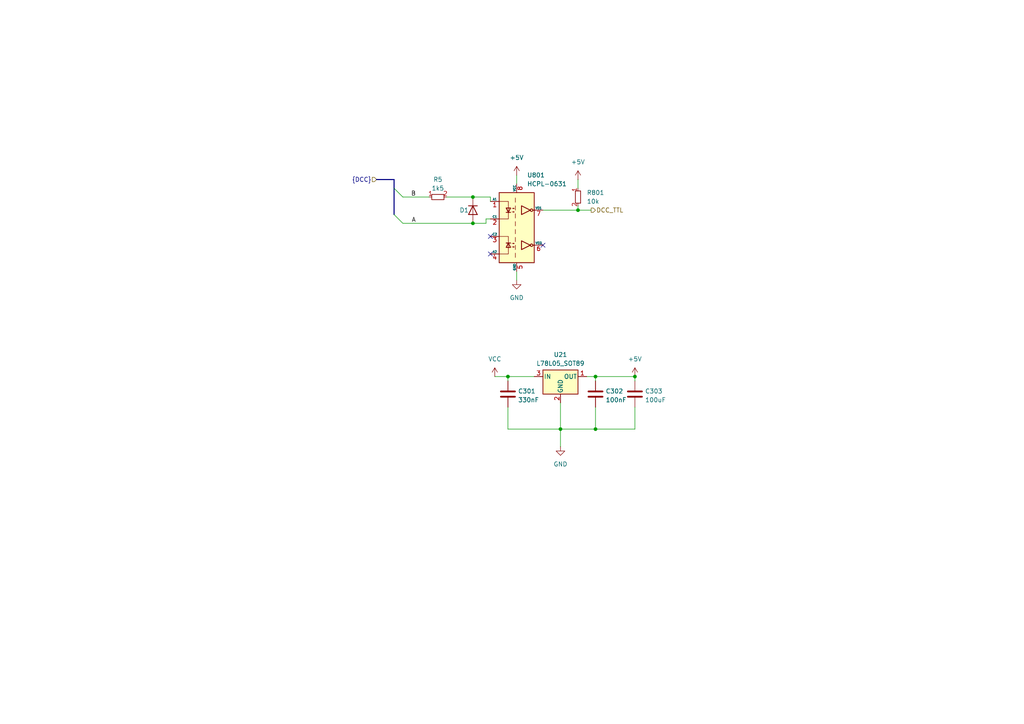
<source format=kicad_sch>
(kicad_sch (version 20231120) (generator "eeschema") (generator_version "8.0")
  (paper "A4")
  (lib_symbols
    (symbol "Device:C" (pin_numbers hide) (pin_names (offset 0.254))
      (property "Reference" "C" (at 0.635 2.54 0))
      (property "Value" "C" (at 0.635 -2.54 0))
      (symbol "C_0_1"
        (polyline (pts (xy -2.032 -0.762) (xy 2.032 -0.762)) (stroke (width 0.508)))
        (polyline (pts (xy -2.032 0.762) (xy 2.032 0.762)) (stroke (width 0.508)))
      )
      (symbol "C_1_1"
        (pin passive line (at 0 3.81 270) (length 2.794) (name "~") (number "1"))
        (pin passive line (at 0 -3.81 90) (length 2.794) (name "~") (number "2"))
      )
    )
    (symbol "Device:D" (pin_numbers hide) (pin_names (offset 1.016) hide)
      (property "Reference" "D" (at 0 2.54 0))
      (property "Value" "D" (at 0 -2.54 0))
      (symbol "D_0_1"
        (polyline (pts (xy -1.27 1.27) (xy -1.27 -1.27)) (stroke (width 0.254)))
        (polyline (pts (xy 1.27 0) (xy -1.27 0)))
        (polyline (pts (xy 1.27 1.27) (xy 1.27 -1.27) (xy -1.27 0) (xy 1.27 1.27)) (stroke (width 0.254)))
      )
      (symbol "D_1_1"
        (pin passive line (at -3.81 0 0) (length 2.54) (name "K") (number "1"))
        (pin passive line (at 3.81 0 180) (length 2.54) (name "A") (number "2"))
      )
    )
    (symbol "Isolator:HCPL-0631" (pin_names (offset 0))
      (property "Reference" "U" (at -4.064 11.43 0))
      (property "Value" "HCPL-0631" (at 7.874 11.43 0))
      (symbol "HCPL-0631_0_1"
        (rectangle (start -5.08 10.16) (end 5.08 -10.16) (stroke (width 0.254)) (fill (type background)))
      )
      (symbol "HCPL-0631_1_1"
        (polyline (pts (xy -3.048 -4.445) (xy -1.778 -4.445)) (stroke (width 0.254)))
        (polyline (pts (xy -3.048 4.445) (xy -1.778 4.445)) (stroke (width 0.254)))
        (polyline (pts (xy -0.381 -7.366) (xy -0.381 -8.636)))
        (polyline (pts (xy -0.381 -5.08) (xy -0.381 -6.35)))
        (polyline (pts (xy -0.381 -2.794) (xy -0.381 -4.064)))
        (polyline (pts (xy -0.381 -0.508) (xy -0.381 -1.778)))
        (polyline (pts (xy -0.381 1.778) (xy -0.381 0.508)))
        (polyline (pts (xy -0.381 4.064) (xy -0.381 2.794)))
        (polyline (pts (xy -0.381 6.35) (xy -0.381 5.08)))
        (polyline (pts (xy -0.381 8.636) (xy -0.381 7.366)))
        (polyline (pts (xy 4.699 -5.08) (xy 5.207 -5.08)) (stroke (width 0.254)))
        (polyline (pts (xy 4.699 5.08) (xy 5.334 5.08)) (stroke (width 0.254)))
        (polyline (pts (xy -4.953 -7.62) (xy -2.413 -7.62) (xy -2.413 -5.715)))
        (polyline (pts (xy -4.953 7.62) (xy -2.413 7.62) (xy -2.413 4.318)))
        (polyline (pts (xy -2.413 -5.842) (xy -2.413 -2.54) (xy -4.953 -2.54)))
        (polyline (pts (xy -2.413 4.445) (xy -2.413 2.54) (xy -4.953 2.54)))
        (polyline (pts (xy -2.413 -4.445) (xy -3.048 -5.715) (xy -1.778 -5.715) (xy -2.413 -4.445)) (stroke (width 0.254)))
        (polyline (pts (xy -2.413 4.445) (xy -3.048 5.715) (xy -1.778 5.715) (xy -2.413 4.445)) (stroke (width 0.254)))
        (polyline (pts (xy 3.937 -5.08) (xy 1.397 -3.81) (xy 1.397 -6.35) (xy 3.937 -5.08)) (stroke (width 0.254)))
        (polyline (pts (xy 3.937 5.08) (xy 1.397 6.35) (xy 1.397 3.81) (xy 3.937 5.08)) (stroke (width 0.254)))
        (polyline (pts (xy -1.397 -5.588) (xy -0.635 -5.588) (xy -1.016 -5.715) (xy -1.016 -5.461) (xy -0.635 -5.588)) (stroke (width 0.127)))
        (polyline (pts (xy -1.397 -4.572) (xy -0.635 -4.572) (xy -1.016 -4.699) (xy -1.016 -4.445) (xy -0.635 -4.572)) (stroke (width 0.127)))
        (polyline (pts (xy -1.397 4.572) (xy -0.635 4.572) (xy -1.016 4.445) (xy -1.016 4.699) (xy -0.635 4.572)) (stroke (width 0.127)))
        (polyline (pts (xy -1.397 5.588) (xy -0.635 5.588) (xy -1.016 5.461) (xy -1.016 5.715) (xy -0.635 5.588)) (stroke (width 0.127)))
        (circle (center 4.318 -5.08) (radius 0.3556) (stroke (width 0.254)))
        (circle (center 4.318 5.08) (radius 0.3556) (stroke (width 0.254)))
        (pin passive line (at -7.62 7.62 0) (length 2.54) (name "A1") (number "1"))
        (pin passive line (at -7.62 2.54 0) (length 2.54) (name "C1") (number "2"))
        (pin passive line (at -7.62 -2.54 0) (length 2.54) (name "C2") (number "3"))
        (pin passive line (at -7.62 -7.62 0) (length 2.54) (name "A2") (number "4"))
        (pin power_in line (at 0 -12.7 90) (length 2.54) (name "GND") (number "5"))
        (pin open_collector line (at 7.62 -5.08 180) (length 2.54) (name "VO2") (number "6"))
        (pin open_collector line (at 7.62 5.08 180) (length 2.54) (name "VO1") (number "7"))
        (pin power_in line (at 0 12.7 270) (length 2.54) (name "VCC") (number "8"))
      )
    )
    (symbol "Regulator_Linear:L78L05_SOT89" (pin_names (offset 0.254))
      (property "Reference" "U" (at -3.81 3.175 0))
      (property "Value" "L78L05_SOT89" (at -0.635 3.175 0))
      (symbol "L78L05_SOT89_0_1"
        (rectangle (start -5.08 1.905) (end 5.08 -5.08) (stroke (width 0.254)) (fill (type background)))
      )
      (symbol "L78L05_SOT89_1_1"
        (pin power_out line (at 7.62 0 180) (length 2.54) (name "OUT") (number "1"))
        (pin power_in line (at 0 -7.62 90) (length 2.54) (name "GND") (number "2"))
        (pin power_in line (at -7.62 0 0) (length 2.54) (name "IN") (number "3"))
      )
    )
    (symbol "power:+5V" (power) (pin_numbers hide) (pin_names (offset 0) hide)
      (property "Value" "+5V" (at 0 3.556 0))
      (symbol "+5V_0_1"
        (polyline (pts (xy -0.762 1.27) (xy 0 2.54)))
        (polyline (pts (xy 0 0) (xy 0 2.54)))
        (polyline (pts (xy 0 2.54) (xy 0.762 1.27)))
      )
      (symbol "+5V_1_1"
        (pin power_in line (at 0 0 90) (length 0) (name "~") (number "1"))
      )
    )
    (symbol "power:GND" (power) (pin_numbers hide) (pin_names (offset 0) hide)
      (property "Value" "GND" (at 0 -3.81 0))
      (symbol "GND_0_1"
        (polyline (pts (xy 0 0) (xy 0 -1.27) (xy 1.27 -1.27) (xy 0 -2.54) (xy -1.27 -1.27) (xy 0 -1.27)))
      )
      (symbol "GND_1_1"
        (pin power_in line (at 0 0 270) (length 0) (name "~") (number "1"))
      )
    )
    (symbol "power:VCC" (power) (pin_numbers hide) (pin_names (offset 0) hide)
      (property "Value" "VCC" (at 0 3.556 0))
      (symbol "VCC_0_1"
        (polyline (pts (xy -0.762 1.27) (xy 0 2.54)))
        (polyline (pts (xy 0 0) (xy 0 2.54)))
        (polyline (pts (xy 0 2.54) (xy 0.762 1.27)))
      )
      (symbol "VCC_1_1"
        (pin power_in line (at 0 0 90) (length 0) (name "~") (number "1"))
      )
    )
    (symbol "resistors_0603:R_10k_0603"
      (property "Reference" "R" (at 1.27 2.54 0))
      (property "Value" "10k" (at 2.54 -2.54 0))
      (symbol "R_10k_0603_0_1"
        (rectangle (start -0.762 1.778) (end 0.762 -1.778) (stroke (width 0.2032)))
      )
      (symbol "R_10k_0603_1_1"
        (pin passive line (at 0 2.54 270) (length 0.762) (name "~") (number "1"))
        (pin passive line (at 0 -2.54 90) (length 0.762) (name "~") (number "2"))
      )
    )
    (symbol "resistors_0603:R_1k5_0603"
      (property "Reference" "R" (at 1.27 2.54 0))
      (property "Value" "1k5" (at 2.54 -2.54 0))
      (symbol "R_1k5_0603_0_1"
        (rectangle (start -0.762 1.778) (end 0.762 -1.778) (stroke (width 0.2032)))
      )
      (symbol "R_1k5_0603_1_1"
        (pin passive line (at 0 2.54 270) (length 0.762) (name "~") (number "1"))
        (pin passive line (at 0 -2.54 90) (length 0.762) (name "~") (number "2"))
      )
    )
  )
  (bus_alias "DCC" (members "A" "B"))
  (junction (at 172.72 109.22))
  (junction (at 147.32 109.22))
  (junction (at 162.56 124.46))
  (junction (at 167.64 60.96))
  (junction (at 184.15 109.22))
  (junction (at 172.72 124.46))
  (junction (at 137.16 64.77))
  (junction (at 137.16 57.15))
  (no_connect (at 142.24 73.66))
  (no_connect (at 157.48 71.12))
  (no_connect (at 142.24 68.58))
  (bus_entry (at 114.3 54.61) (size 2.54 2.54))
  (bus_entry (at 114.3 62.23) (size 2.54 2.54))
  (wire (pts (xy 184.15 110.49) (xy 184.15 109.22)))
  (wire (pts (xy 172.72 110.49) (xy 172.72 109.22)))
  (wire (pts (xy 116.84 64.77) (xy 137.16 64.77)))
  (wire (pts (xy 162.56 124.46) (xy 162.56 129.54)))
  (wire (pts (xy 167.64 59.69) (xy 167.64 60.96)))
  (bus (pts (xy 114.3 54.61) (xy 114.3 52.07)))
  (wire (pts (xy 172.72 124.46) (xy 184.15 124.46)))
  (wire (pts (xy 147.32 118.11) (xy 147.32 124.46)))
  (wire (pts (xy 162.56 116.84) (xy 162.56 124.46)))
  (wire (pts (xy 142.24 58.42) (xy 142.24 57.15)))
  (wire (pts (xy 167.64 60.96) (xy 171.45 60.96)))
  (bus (pts (xy 114.3 62.23) (xy 114.3 54.61)))
  (wire (pts (xy 167.64 52.07) (xy 167.64 54.61)))
  (wire (pts (xy 147.32 109.22) (xy 147.32 110.49)))
  (wire (pts (xy 172.72 118.11) (xy 172.72 124.46)))
  (wire (pts (xy 172.72 109.22) (xy 184.15 109.22)))
  (wire (pts (xy 162.56 124.46) (xy 172.72 124.46)))
  (wire (pts (xy 170.18 109.22) (xy 172.72 109.22)))
  (wire (pts (xy 137.16 64.77) (xy 140.97 64.77)))
  (wire (pts (xy 147.32 109.22) (xy 154.94 109.22)))
  (wire (pts (xy 142.24 63.5) (xy 140.97 63.5)))
  (wire (pts (xy 184.15 118.11) (xy 184.15 124.46)))
  (wire (pts (xy 129.54 57.15) (xy 137.16 57.15)))
  (wire (pts (xy 140.97 63.5) (xy 140.97 64.77)))
  (wire (pts (xy 157.48 60.96) (xy 167.64 60.96)))
  (wire (pts (xy 147.32 124.46) (xy 162.56 124.46)))
  (wire (pts (xy 149.86 78.74) (xy 149.86 81.28)))
  (wire (pts (xy 137.16 57.15) (xy 142.24 57.15)))
  (wire (pts (xy 149.86 50.8) (xy 149.86 53.34)))
  (wire (pts (xy 143.51 109.22) (xy 147.32 109.22)))
  (wire (pts (xy 116.84 57.15) (xy 124.46 57.15)))
  (bus (pts (xy 109.22 52.07) (xy 114.3 52.07)))
  (label "B" (at 120.65 57.15 180))
  (label "A" (at 120.65 64.77 180))
  (hierarchical_label "{DCC}" (shape input) (at 109.22 52.07 180))
  (hierarchical_label "DCC_TTL" (shape output) (at 171.45 60.96 0))
  (symbol (lib_id "Device:C") (at 184.15 114.3 0) (unit 1)
    (property "Reference" "C303" (at 187.071 113.4653 0) (effects (justify left)))
    (property "Value" "100uF" (at 187.071 116.0022 0) (effects (justify left)))
    (property "Footprint" "Capacitor_SMD:C_1206_3216Metric_Pad1.33x1.80mm_HandSolder" (effects (hide yes)))
    (property "JLCPCB Part#" "C15008" (effects (hide yes)))
  )
  (symbol (lib_id "power:+5V") (at 149.86 50.8 0) (unit 1)
    (property "Reference" "#PWR0801" (effects (hide yes)))
    (property "Value" "+5V" (at 149.86 45.72 0))
    (property "Description" "Power symbol creates a global label with name \"+5V\"" (effects (hide yes)))
  )
  (symbol (lib_id "resistors_0603:R_1k5_0603") (at 127 57.15 90) (unit 1)
    (property "Reference" "R5" (at 127 52.07 90))
    (property "Value" "1k5" (at 127 54.61 90))
    (property "Footprint" "custom_kicad_lib_sk:R_0603_smalltext" (effects (hide yes)))
    (property "JLCPCB Part#" "C22843" (effects (hide yes)))
  )
  (symbol (lib_id "power:VCC") (at 143.51 109.22 0) (unit 1)
    (property "Reference" "#PWR0701" (effects (hide yes)))
    (property "Value" "VCC" (at 143.51 104.14 0))
    (property "Description" "Power symbol creates a global label with name \"VCC\"" (effects (hide yes)))
  )
  (symbol (lib_id "Device:C") (at 172.72 114.3 0) (unit 1)
    (property "Reference" "C302" (at 175.641 113.4653 0) (effects (justify left)))
    (property "Value" "100nF" (at 175.641 116.0022 0) (effects (justify left)))
    (property "Footprint" "Capacitor_SMD:C_0603_1608Metric_Pad1.08x0.95mm_HandSolder" (effects (hide yes)))
    (property "JLCPCB Part#" "C14663" (effects (hide yes)))
  )
  (symbol (lib_id "Device:C") (at 147.32 114.3 0) (unit 1)
    (property "Reference" "C301" (at 150.241 113.4653 0) (effects (justify left)))
    (property "Value" "330nF" (at 150.241 116.0022 0) (effects (justify left)))
    (property "Footprint" "Capacitor_SMD:C_0603_1608Metric_Pad1.08x0.95mm_HandSolder" (effects (hide yes)))
    (property "JLCPCB Part#" "C1615" (effects (hide yes)))
  )
  (symbol (lib_id "power:+5V") (at 184.15 109.22 0) (unit 1)
    (property "Reference" "#PWR03" (effects (hide yes)))
    (property "Value" "+5V" (at 184.15 104.14 0))
    (property "Description" "Power symbol creates a global label with name \"+5V\"" (effects (hide yes)))
  )
  (symbol (lib_id "power:GND") (at 162.56 129.54 0) (unit 1)
    (property "Reference" "#PWR01" (effects (hide yes)))
    (property "Value" "GND" (at 162.56 134.62 0))
    (property "Description" "Power symbol creates a global label with name \"GND\" , ground" (effects (hide yes)))
  )
  (symbol (lib_id "power:GND") (at 149.86 81.28 0) (unit 1)
    (property "Reference" "#PWR02" (effects (hide yes)))
    (property "Value" "GND" (at 149.86 86.36 0))
    (property "Description" "Power symbol creates a global label with name \"GND\" , ground" (effects (hide yes)))
  )
  (symbol (lib_id "Regulator_Linear:L78L05_SOT89") (at 162.56 109.22 0) (unit 1)
    (property "Reference" "U21" (at 162.56 102.87 0))
    (property "Value" "L78L05_SOT89" (at 162.56 105.41 0))
    (property "Footprint" "Package_TO_SOT_SMD:SOT-89-3" (effects (hide yes)))
    (property "Datasheet" "http://www.st.com/content/ccc/resource/technical/document/datasheet/15/55/e5/aa/23/5b/43/fd/CD00000446.pdf/files/CD00000446.pdf/jcr:content/translations/en.CD00000446.pdf" (effects (hide yes)))
    (property "Description" "Positive 100mA 30V Linear Regulator, Fixed Output 5V, SOT-89" (effects (hide yes)))
    (property "JLCPCB Part#" "C71136" (effects (hide yes)))
  )
  (symbol (lib_id "resistors_0603:R_10k_0603") (at 167.64 57.15 0) (unit 1)
    (property "Reference" "R801" (at 170.18 55.8799 0) (effects (justify left)))
    (property "Value" "10k" (at 170.18 58.4199 0) (effects (justify left)))
    (property "Footprint" "custom_kicad_lib_sk:R_0603_smalltext" (effects (hide yes)))
    (property "JLCPCB Part#" "C25804" (effects (hide yes)))
  )
  (symbol (lib_id "Device:D") (at 137.16 60.96 270) (unit 1)
    (property "Reference" "D1" (at 134.62 60.96 90))
    (property "Value" "D" (effects (hide yes)))
    (property "Footprint" "Diode_SMD:D_SOD-323" (effects (hide yes)))
    (property "JLCPCB Part#" "C2128" (effects (hide yes)))
  )
  (symbol (lib_id "power:+5V") (at 167.64 52.07 0) (unit 1)
    (property "Reference" "#PWR0802" (effects (hide yes)))
    (property "Value" "+5V" (at 167.64 46.99 0))
    (property "Description" "Power symbol creates a global label with name \"+5V\"" (effects (hide yes)))
  )
  (symbol (lib_id "Isolator:HCPL-0631") (at 149.86 66.04 0) (unit 1)
    (property "Reference" "U801" (at 152.8765 50.8 0) (effects (justify left)))
    (property "Value" "HCPL-0631" (at 152.8765 53.34 0) (effects (justify left)))
    (property "Footprint" "Package_SO:SOIC-8_3.9x4.9mm_P1.27mm" (effects (hide yes)))
    (property "Datasheet" "https://docs.broadcom.com/docs/AV02-0940EN" (effects (hide yes)))
    (property "Description" "Dual High Speed LSTTL/TTL Compatible Optocoupler, dV/dt 10000/us, VCM 1000, max 7V VCC, SOIC-8" (effects (hide yes)))
    (property "JLCPCB part#" "C43949" (effects (hide yes)))
  )
)
</source>
